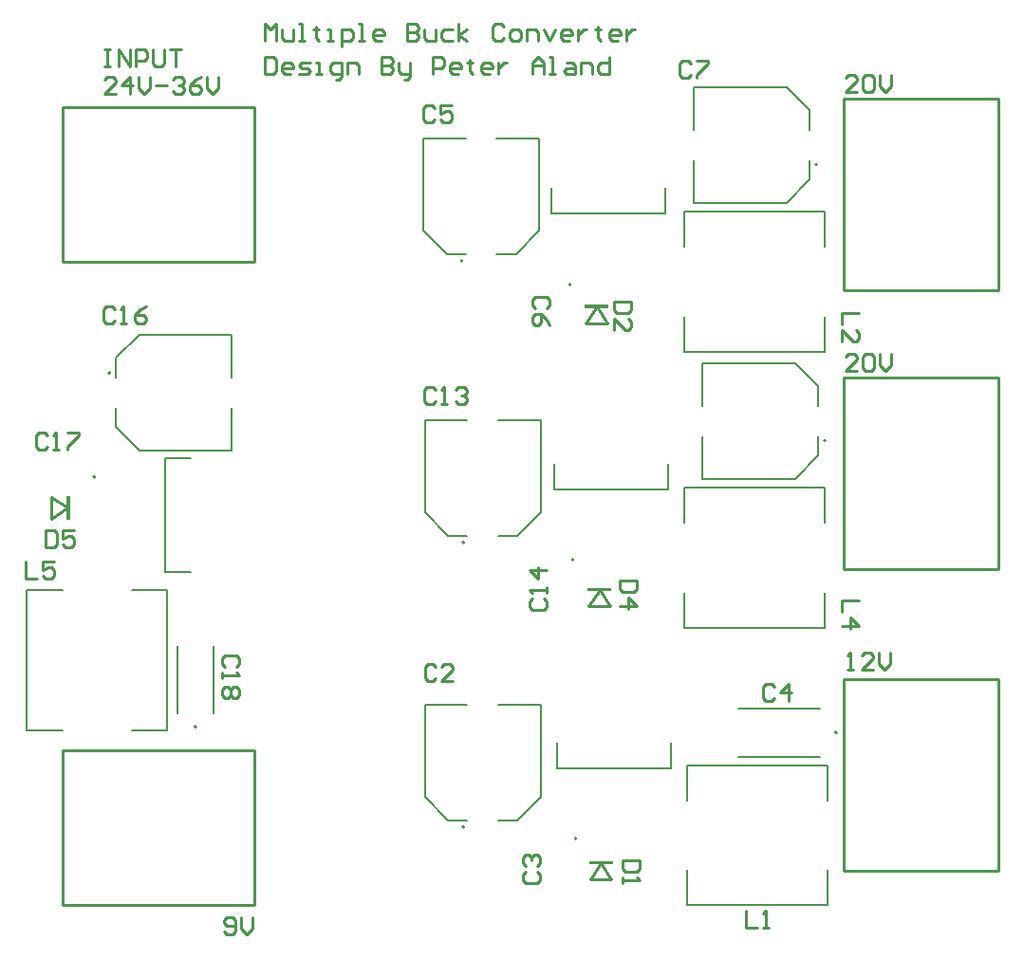
<source format=gto>
G04*
G04 #@! TF.GenerationSoftware,Altium Limited,Altium Designer,21.6.4 (81)*
G04*
G04 Layer_Color=65535*
%FSLAX25Y25*%
%MOIN*%
G70*
G04*
G04 #@! TF.SameCoordinates,F1B4013F-C6E7-459F-9AD8-EDA5B4F290C2*
G04*
G04*
G04 #@! TF.FilePolarity,Positive*
G04*
G01*
G75*
%ADD10C,0.00787*%
%ADD11C,0.01000*%
%ADD12C,0.00500*%
G36*
X201866Y38256D02*
Y39437D01*
X210134D01*
Y38256D01*
X201866D01*
D02*
G37*
G36*
X201366Y134256D02*
Y135437D01*
X209634D01*
Y134256D01*
X201366D01*
D02*
G37*
G36*
X18256Y167634D02*
X19437D01*
Y159366D01*
X18256D01*
Y167634D01*
D02*
G37*
G36*
X200366Y233756D02*
Y234937D01*
X208634D01*
Y233756D01*
X200366D01*
D02*
G37*
D10*
X63894Y86543D02*
G03*
X63894Y86543I-394J0D01*
G01*
X157504Y250362D02*
G03*
X157504Y250362I-394J0D01*
G01*
X158004Y151362D02*
G03*
X158004Y151362I-394J0D01*
G01*
X196508Y145264D02*
G03*
X196508Y145264I-394J0D01*
G01*
X285032Y187110D02*
G03*
X285032Y187110I-394J0D01*
G01*
X282031Y284110D02*
G03*
X282031Y284110I-394J0D01*
G01*
X288894Y84500D02*
G03*
X288894Y84500I-394J0D01*
G01*
X28425Y174386D02*
G03*
X28425Y174386I-394J0D01*
G01*
X33756Y210890D02*
G03*
X33756Y210890I-394J0D01*
G01*
X197508Y47264D02*
G03*
X197508Y47264I-394J0D01*
G01*
X195508Y242032D02*
G03*
X195508Y242032I-394J0D01*
G01*
X158004Y51362D02*
G03*
X158004Y51362I-394J0D01*
G01*
X235394Y170606D02*
X284606D01*
X235394Y121394D02*
X284606D01*
X235394Y158205D02*
Y170606D01*
X284606Y158205D02*
Y170606D01*
X235394Y121394D02*
Y133795D01*
X284606Y121394D02*
Y133795D01*
X53606Y85394D02*
Y134606D01*
X4394Y85394D02*
Y134606D01*
X41205D02*
X53606D01*
X41205Y85394D02*
X53606D01*
X4394Y134606D02*
X16795D01*
X4394Y85394D02*
X16795D01*
X235394Y267606D02*
X284606D01*
X235394Y218394D02*
X284606D01*
X235394Y255205D02*
Y267606D01*
X284606Y255205D02*
Y267606D01*
X235394Y218394D02*
Y230795D01*
X284606Y218394D02*
Y230795D01*
X236394Y73106D02*
X285606D01*
X236394Y23894D02*
X285606D01*
X236394Y60705D02*
Y73106D01*
X285606Y60705D02*
Y73106D01*
X236394Y23894D02*
Y36295D01*
X285606Y23894D02*
Y36295D01*
D11*
X205500Y134650D02*
X209240Y128941D01*
X201760D02*
X209240D01*
X201760D02*
X205500Y134650D01*
X12941Y159760D02*
X18650Y163500D01*
X12941Y159760D02*
Y167240D01*
X18650Y163500D01*
X200760Y228441D02*
X204500Y234150D01*
X200760Y228441D02*
X208240D01*
X204500Y234150D02*
X208240Y228441D01*
X206000Y38650D02*
X209740Y32941D01*
X202260D02*
X209740D01*
X202260D02*
X206000Y38650D01*
X16858Y23835D02*
Y78165D01*
X84142Y23835D02*
Y78165D01*
X16858D02*
X84142D01*
X16858Y23835D02*
X84142D01*
X291335Y141858D02*
X345665D01*
X291335Y209142D02*
X345665D01*
X291335Y141858D02*
Y209142D01*
X345665Y141858D02*
Y209142D01*
X16858Y249835D02*
Y304165D01*
X84142Y249835D02*
Y304165D01*
X16858D02*
X84142D01*
X16858Y249835D02*
X84142D01*
X291335Y239858D02*
X345665D01*
X291335Y307142D02*
X345665D01*
X291335Y239858D02*
Y307142D01*
X345665Y239858D02*
Y307142D01*
X291335Y35858D02*
X345665D01*
X291335Y103142D02*
X345665D01*
X291335Y35858D02*
Y103142D01*
X345665Y35858D02*
Y103142D01*
X31500Y324596D02*
X33499D01*
X32500D01*
Y318598D01*
X31500D01*
X33499D01*
X36498D02*
Y324596D01*
X40497Y318598D01*
Y324596D01*
X42496Y318598D02*
Y324596D01*
X45496D01*
X46495Y323596D01*
Y321597D01*
X45496Y320597D01*
X42496D01*
X48494Y324596D02*
Y319597D01*
X49494Y318598D01*
X51494D01*
X52493Y319597D01*
Y324596D01*
X54493D02*
X58491D01*
X56492D01*
Y318598D01*
X35499Y309000D02*
X31500D01*
X35499Y312999D01*
Y313998D01*
X34499Y314998D01*
X32500D01*
X31500Y313998D01*
X40497Y309000D02*
Y314998D01*
X37498Y311999D01*
X41497D01*
X43496Y314998D02*
Y310999D01*
X45496Y309000D01*
X47495Y310999D01*
Y314998D01*
X49494Y311999D02*
X53493D01*
X55492Y313998D02*
X56492Y314998D01*
X58491D01*
X59491Y313998D01*
Y312999D01*
X58491Y311999D01*
X57492D01*
X58491D01*
X59491Y310999D01*
Y310000D01*
X58491Y309000D01*
X56492D01*
X55492Y310000D01*
X65489Y314998D02*
X63490Y313998D01*
X61490Y311999D01*
Y310000D01*
X62490Y309000D01*
X64489D01*
X65489Y310000D01*
Y310999D01*
X64489Y311999D01*
X61490D01*
X67488Y314998D02*
Y310999D01*
X69488Y309000D01*
X71487Y310999D01*
Y314998D01*
X88000Y327596D02*
Y333594D01*
X89999Y331595D01*
X91999Y333594D01*
Y327596D01*
X93998Y331595D02*
Y328596D01*
X94998Y327596D01*
X97997D01*
Y331595D01*
X99996Y327596D02*
X101996D01*
X100996D01*
Y333594D01*
X99996D01*
X105994Y332595D02*
Y331595D01*
X104994D01*
X106994D01*
X105994D01*
Y328596D01*
X106994Y327596D01*
X109993D02*
X111992D01*
X110993D01*
Y331595D01*
X109993D01*
X114991Y325597D02*
Y331595D01*
X117990D01*
X118990Y330595D01*
Y328596D01*
X117990Y327596D01*
X114991D01*
X120989D02*
X122989D01*
X121989D01*
Y333594D01*
X120989D01*
X128987Y327596D02*
X126987D01*
X125988Y328596D01*
Y330595D01*
X126987Y331595D01*
X128987D01*
X129986Y330595D01*
Y329596D01*
X125988D01*
X137984Y333594D02*
Y327596D01*
X140983D01*
X141982Y328596D01*
Y329596D01*
X140983Y330595D01*
X137984D01*
X140983D01*
X141982Y331595D01*
Y332595D01*
X140983Y333594D01*
X137984D01*
X143982Y331595D02*
Y328596D01*
X144982Y327596D01*
X147981D01*
Y331595D01*
X153979D02*
X150980D01*
X149980Y330595D01*
Y328596D01*
X150980Y327596D01*
X153979D01*
X155978D02*
Y333594D01*
Y329596D02*
X158977Y331595D01*
X155978Y329596D02*
X158977Y327596D01*
X171973Y332595D02*
X170973Y333594D01*
X168974D01*
X167974Y332595D01*
Y328596D01*
X168974Y327596D01*
X170973D01*
X171973Y328596D01*
X174972Y327596D02*
X176971D01*
X177971Y328596D01*
Y330595D01*
X176971Y331595D01*
X174972D01*
X173972Y330595D01*
Y328596D01*
X174972Y327596D01*
X179970D02*
Y331595D01*
X182969D01*
X183969Y330595D01*
Y327596D01*
X185968Y331595D02*
X187968Y327596D01*
X189967Y331595D01*
X194965Y327596D02*
X192966D01*
X191966Y328596D01*
Y330595D01*
X192966Y331595D01*
X194965D01*
X195965Y330595D01*
Y329596D01*
X191966D01*
X197964Y331595D02*
Y327596D01*
Y329596D01*
X198964Y330595D01*
X199964Y331595D01*
X200963D01*
X204962Y332595D02*
Y331595D01*
X203962D01*
X205962D01*
X204962D01*
Y328596D01*
X205962Y327596D01*
X211960D02*
X209961D01*
X208961Y328596D01*
Y330595D01*
X209961Y331595D01*
X211960D01*
X212960Y330595D01*
Y329596D01*
X208961D01*
X214959Y331595D02*
Y327596D01*
Y329596D01*
X215959Y330595D01*
X216958Y331595D01*
X217958D01*
X88000Y321997D02*
Y315999D01*
X90999D01*
X91999Y316999D01*
Y320998D01*
X90999Y321997D01*
X88000D01*
X96997Y315999D02*
X94998D01*
X93998Y316999D01*
Y318998D01*
X94998Y319998D01*
X96997D01*
X97997Y318998D01*
Y317999D01*
X93998D01*
X99996Y315999D02*
X102995D01*
X103995Y316999D01*
X102995Y317999D01*
X100996D01*
X99996Y318998D01*
X100996Y319998D01*
X103995D01*
X105994Y315999D02*
X107993D01*
X106994D01*
Y319998D01*
X105994D01*
X112992Y314000D02*
X113992D01*
X114991Y315000D01*
Y319998D01*
X111992D01*
X110993Y318998D01*
Y316999D01*
X111992Y315999D01*
X114991D01*
X116991D02*
Y319998D01*
X119990D01*
X120989Y318998D01*
Y315999D01*
X128987Y321997D02*
Y315999D01*
X131986D01*
X132985Y316999D01*
Y317999D01*
X131986Y318998D01*
X128987D01*
X131986D01*
X132985Y319998D01*
Y320998D01*
X131986Y321997D01*
X128987D01*
X134985Y319998D02*
Y316999D01*
X135985Y315999D01*
X138984D01*
Y315000D01*
X137984Y314000D01*
X136984D01*
X138984Y315999D02*
Y319998D01*
X146981Y315999D02*
Y321997D01*
X149980D01*
X150980Y320998D01*
Y318998D01*
X149980Y317999D01*
X146981D01*
X155978Y315999D02*
X153979D01*
X152979Y316999D01*
Y318998D01*
X153979Y319998D01*
X155978D01*
X156978Y318998D01*
Y317999D01*
X152979D01*
X159977Y320998D02*
Y319998D01*
X158977D01*
X160976D01*
X159977D01*
Y316999D01*
X160976Y315999D01*
X166974D02*
X164975D01*
X163975Y316999D01*
Y318998D01*
X164975Y319998D01*
X166974D01*
X167974Y318998D01*
Y317999D01*
X163975D01*
X169974Y319998D02*
Y315999D01*
Y317999D01*
X170973Y318998D01*
X171973Y319998D01*
X172973D01*
X181970Y315999D02*
Y319998D01*
X183969Y321997D01*
X185968Y319998D01*
Y315999D01*
Y318998D01*
X181970D01*
X187968Y315999D02*
X189967D01*
X188967D01*
Y321997D01*
X187968D01*
X193966Y319998D02*
X195965D01*
X196965Y318998D01*
Y315999D01*
X193966D01*
X192966Y316999D01*
X193966Y317999D01*
X196965D01*
X198964Y315999D02*
Y319998D01*
X201963D01*
X202963Y318998D01*
Y315999D01*
X208961Y321997D02*
Y315999D01*
X205962D01*
X204962Y316999D01*
Y318998D01*
X205962Y319998D01*
X208961D01*
X73500Y14500D02*
X74500Y13500D01*
X76499D01*
X77499Y14500D01*
Y18498D01*
X76499Y19498D01*
X74500D01*
X73500Y18498D01*
Y17499D01*
X74500Y16499D01*
X77499D01*
X79498Y19498D02*
Y15499D01*
X81497Y13500D01*
X83497Y15499D01*
Y19498D01*
X292500Y106500D02*
X294499D01*
X293500D01*
Y112498D01*
X292500Y111498D01*
X301497Y106500D02*
X297498D01*
X301497Y110499D01*
Y111498D01*
X300497Y112498D01*
X298498D01*
X297498Y111498D01*
X303496Y112498D02*
Y108499D01*
X305496Y106500D01*
X307495Y108499D01*
Y112498D01*
X295999Y211500D02*
X292000D01*
X295999Y215499D01*
Y216498D01*
X294999Y217498D01*
X293000D01*
X292000Y216498D01*
X297998D02*
X298998Y217498D01*
X300997D01*
X301997Y216498D01*
Y212500D01*
X300997Y211500D01*
X298998D01*
X297998Y212500D01*
Y216498D01*
X303996Y217498D02*
Y213499D01*
X305995Y211500D01*
X307995Y213499D01*
Y217498D01*
X295999Y309500D02*
X292000D01*
X295999Y313499D01*
Y314498D01*
X294999Y315498D01*
X293000D01*
X292000Y314498D01*
X297998D02*
X298998Y315498D01*
X300997D01*
X301997Y314498D01*
Y310500D01*
X300997Y309500D01*
X298998D01*
X297998Y310500D01*
Y314498D01*
X303996Y315498D02*
Y311499D01*
X305995Y309500D01*
X307995Y311499D01*
Y315498D01*
X4002Y144499D02*
Y138501D01*
X8000D01*
X13998Y144499D02*
X10000D01*
Y141500D01*
X11999Y142500D01*
X12999D01*
X13998Y141500D01*
Y139501D01*
X12999Y138501D01*
X10999D01*
X10000Y139501D01*
X296499Y130998D02*
X290501D01*
Y127000D01*
Y122001D02*
X296499D01*
X293500Y125000D01*
Y121002D01*
X296499Y231998D02*
X290501D01*
Y228000D01*
Y222002D02*
Y226000D01*
X294500Y222002D01*
X295499D01*
X296499Y223001D01*
Y225001D01*
X295499Y226000D01*
X257001Y21999D02*
Y16001D01*
X261000D01*
X262999D02*
X264999D01*
X263999D01*
Y21999D01*
X262999Y20999D01*
X11002Y155499D02*
Y149501D01*
X14001D01*
X15000Y150501D01*
Y154499D01*
X14001Y155499D01*
X11002D01*
X20998D02*
X17000D01*
Y152500D01*
X18999Y153500D01*
X19999D01*
X20998Y152500D01*
Y150501D01*
X19999Y149501D01*
X17999D01*
X17000Y150501D01*
X218499Y137998D02*
X212501D01*
Y134999D01*
X213501Y134000D01*
X217499D01*
X218499Y134999D01*
Y137998D01*
X212501Y129001D02*
X218499D01*
X215500Y132000D01*
Y128002D01*
X216499Y235998D02*
X210501D01*
Y232999D01*
X211501Y232000D01*
X215499D01*
X216499Y232999D01*
Y235998D01*
X210501Y226002D02*
Y230000D01*
X214500Y226002D01*
X215499D01*
X216499Y227001D01*
Y229001D01*
X215499Y230000D01*
X219499Y39499D02*
X213501D01*
Y36500D01*
X214501Y35500D01*
X218499D01*
X219499Y36500D01*
Y39499D01*
X213501Y33501D02*
Y31501D01*
Y32501D01*
X219499D01*
X218499Y33501D01*
X77999Y107499D02*
X78999Y108499D01*
Y110498D01*
X77999Y111498D01*
X74001D01*
X73001Y110498D01*
Y108499D01*
X74001Y107499D01*
X73001Y105499D02*
Y103500D01*
Y104500D01*
X78999D01*
X77999Y105499D01*
Y100501D02*
X78999Y99501D01*
Y97502D01*
X77999Y96502D01*
X77000D01*
X76000Y97502D01*
X75000Y96502D01*
X74001D01*
X73001Y97502D01*
Y99501D01*
X74001Y100501D01*
X75000D01*
X76000Y99501D01*
X77000Y100501D01*
X77999D01*
X76000Y99501D02*
Y97502D01*
X11501Y188999D02*
X10502Y189999D01*
X8502D01*
X7502Y188999D01*
Y185001D01*
X8502Y184001D01*
X10502D01*
X11501Y185001D01*
X13500Y184001D02*
X15500D01*
X14500D01*
Y189999D01*
X13500Y188999D01*
X18499Y189999D02*
X22498D01*
Y188999D01*
X18499Y185001D01*
Y184001D01*
X35399Y233398D02*
X34399Y234398D01*
X32400D01*
X31400Y233398D01*
Y229400D01*
X32400Y228400D01*
X34399D01*
X35399Y229400D01*
X37398Y228400D02*
X39397D01*
X38398D01*
Y234398D01*
X37398Y233398D01*
X46395Y234398D02*
X44396Y233398D01*
X42396Y231399D01*
Y229400D01*
X43396Y228400D01*
X45395D01*
X46395Y229400D01*
Y230399D01*
X45395Y231399D01*
X42396D01*
X182001Y131501D02*
X181001Y130501D01*
Y128502D01*
X182001Y127502D01*
X185999D01*
X186999Y128502D01*
Y130501D01*
X185999Y131501D01*
X186999Y133501D02*
Y135500D01*
Y134500D01*
X181001D01*
X182001Y133501D01*
X186999Y141498D02*
X181001D01*
X184000Y138499D01*
Y142498D01*
X148001Y204999D02*
X147002Y205999D01*
X145002D01*
X144002Y204999D01*
Y201001D01*
X145002Y200001D01*
X147002D01*
X148001Y201001D01*
X150001Y200001D02*
X152000D01*
X151000D01*
Y205999D01*
X150001Y204999D01*
X154999D02*
X155999Y205999D01*
X157998D01*
X158998Y204999D01*
Y204000D01*
X157998Y203000D01*
X156998D01*
X157998D01*
X158998Y202000D01*
Y201001D01*
X157998Y200001D01*
X155999D01*
X154999Y201001D01*
X237500Y319499D02*
X236501Y320499D01*
X234501D01*
X233502Y319499D01*
Y315501D01*
X234501Y314501D01*
X236501D01*
X237500Y315501D01*
X239500Y320499D02*
X243498D01*
Y319499D01*
X239500Y315501D01*
Y314501D01*
X186999Y233500D02*
X187999Y234499D01*
Y236499D01*
X186999Y237498D01*
X183001D01*
X182001Y236499D01*
Y234499D01*
X183001Y233500D01*
X187999Y227502D02*
X186999Y229501D01*
X185000Y231500D01*
X183001D01*
X182001Y230501D01*
Y228501D01*
X183001Y227502D01*
X184000D01*
X185000Y228501D01*
Y231500D01*
X147500Y303999D02*
X146501Y304999D01*
X144501D01*
X143502Y303999D01*
Y300001D01*
X144501Y299001D01*
X146501D01*
X147500Y300001D01*
X153498Y304999D02*
X149500D01*
Y302000D01*
X151499Y303000D01*
X152499D01*
X153498Y302000D01*
Y300001D01*
X152499Y299001D01*
X150499D01*
X149500Y300001D01*
X267000Y100499D02*
X266001Y101499D01*
X264001D01*
X263002Y100499D01*
Y96501D01*
X264001Y95501D01*
X266001D01*
X267000Y96501D01*
X271999Y95501D02*
Y101499D01*
X269000Y98500D01*
X272998D01*
X179501Y35500D02*
X178501Y34501D01*
Y32501D01*
X179501Y31502D01*
X183499D01*
X184499Y32501D01*
Y34501D01*
X183499Y35500D01*
X179501Y37500D02*
X178501Y38499D01*
Y40499D01*
X179501Y41498D01*
X180500D01*
X181500Y40499D01*
Y39499D01*
Y40499D01*
X182500Y41498D01*
X183499D01*
X184499Y40499D01*
Y38499D01*
X183499Y37500D01*
X148099Y107598D02*
X147099Y108598D01*
X145100D01*
X144100Y107598D01*
Y103600D01*
X145100Y102600D01*
X147099D01*
X148099Y103600D01*
X154097Y102600D02*
X150098D01*
X154097Y106599D01*
Y107598D01*
X153097Y108598D01*
X151098D01*
X150098Y107598D01*
D12*
X57201Y91189D02*
Y114811D01*
X69799Y91189D02*
Y114811D01*
X169409Y293276D02*
X184276D01*
X143724D02*
X158591D01*
X169409Y252724D02*
X176165D01*
X151835D02*
X158591D01*
X143724Y260835D02*
Y293276D01*
Y260835D02*
X151835Y252724D01*
X176165D02*
X184276Y260835D01*
Y293276D01*
X169909Y194276D02*
X184776D01*
X144224D02*
X159091D01*
X169909Y153724D02*
X176665D01*
X152335D02*
X159091D01*
X144224Y161835D02*
Y194276D01*
Y161835D02*
X152335Y153724D01*
X176665D02*
X184776Y161835D01*
Y194276D01*
X189500Y170047D02*
Y179043D01*
Y170047D02*
X229500D01*
Y179043D01*
X241724Y199409D02*
Y214276D01*
Y173724D02*
Y188591D01*
X282276Y199409D02*
Y206165D01*
Y181835D02*
Y188591D01*
X241724Y173724D02*
X274165D01*
X282276Y181835D01*
X274165Y214276D02*
X282276Y206165D01*
X241724Y214276D02*
X274165D01*
X238724Y296410D02*
Y311276D01*
Y270724D02*
Y285591D01*
X279276Y296410D02*
Y303165D01*
Y278835D02*
Y285591D01*
X238724Y270724D02*
X271165D01*
X279276Y278835D01*
X271165Y311276D02*
X279276Y303165D01*
X238724Y311276D02*
X271165D01*
X254130Y92965D02*
X282870D01*
X254130Y76035D02*
X282870D01*
X52815Y181000D02*
X61811D01*
X52815Y141000D02*
Y181000D01*
Y141000D02*
X61811D01*
X43835Y183724D02*
X76276D01*
X35724Y191835D02*
X43835Y183724D01*
X35724Y216165D02*
X43835Y224276D01*
X76276D01*
X35724Y209409D02*
Y216165D01*
Y191835D02*
Y198591D01*
X76276Y209409D02*
Y224276D01*
Y183724D02*
Y198591D01*
X230500Y72047D02*
Y81043D01*
X190500Y72047D02*
X230500D01*
X190500D02*
Y81043D01*
X188500Y266815D02*
Y275811D01*
Y266815D02*
X228500D01*
Y275811D01*
X184776Y61835D02*
Y94276D01*
X176665Y53724D02*
X184776Y61835D01*
X144224D02*
X152335Y53724D01*
X144224Y61835D02*
Y94276D01*
X152335Y53724D02*
X159091D01*
X169909D02*
X176665D01*
X144224Y94276D02*
X159091D01*
X169909D02*
X184776D01*
M02*

</source>
